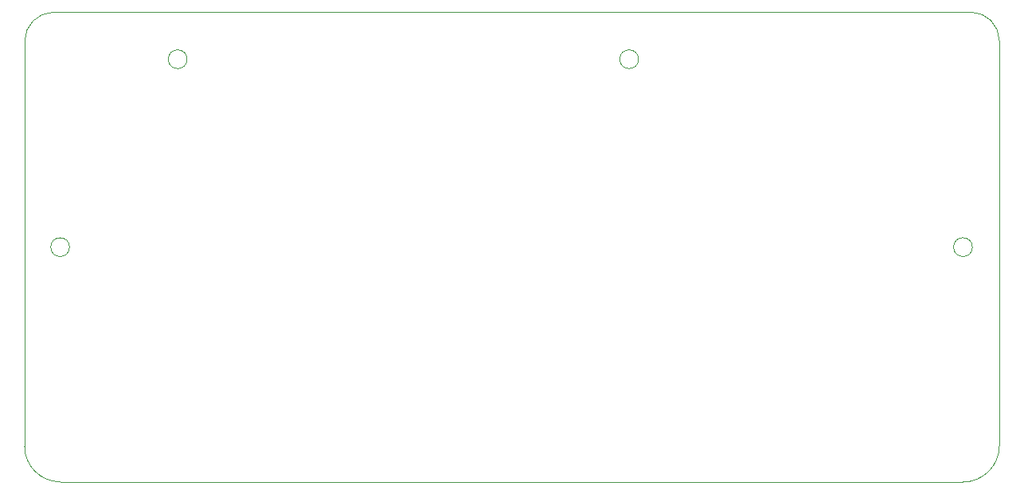
<source format=gbr>
%TF.GenerationSoftware,KiCad,Pcbnew,(7.0.0)*%
%TF.CreationDate,2023-06-01T21:15:46+02:00*%
%TF.ProjectId,temperature-logger,74656d70-6572-4617-9475-72652d6c6f67,rev?*%
%TF.SameCoordinates,Original*%
%TF.FileFunction,Profile,NP*%
%FSLAX46Y46*%
G04 Gerber Fmt 4.6, Leading zero omitted, Abs format (unit mm)*
G04 Created by KiCad (PCBNEW (7.0.0)) date 2023-06-01 21:15:46*
%MOMM*%
%LPD*%
G01*
G04 APERTURE LIST*
%TA.AperFunction,Profile*%
%ADD10C,0.050000*%
%TD*%
G04 APERTURE END LIST*
D10*
X151853680Y-50000000D02*
X54275000Y-50000000D01*
X150975000Y-100000027D02*
G75*
G03*
X154869408Y-96130672I25000J3869327D01*
G01*
X116500000Y-55000000D02*
G75*
G03*
X116500000Y-55000000I-1000000J0D01*
G01*
X54275000Y-50000000D02*
G75*
G03*
X51224597Y-53100000I50000J-3100000D01*
G01*
X68500000Y-55000000D02*
G75*
G03*
X68500000Y-55000000I-1000000J0D01*
G01*
X154869408Y-96130672D02*
X154853680Y-53000000D01*
X55000000Y-99975000D02*
X150975000Y-100000000D01*
X51225000Y-53100000D02*
X51225000Y-96200000D01*
X51225000Y-96200000D02*
G75*
G03*
X55000000Y-99975000I3775000J0D01*
G01*
X56000000Y-75000000D02*
G75*
G03*
X56000000Y-75000000I-1000000J0D01*
G01*
X152000000Y-75000000D02*
G75*
G03*
X152000000Y-75000000I-1000000J0D01*
G01*
X154853700Y-53000000D02*
G75*
G03*
X151853680Y-50000000I-3000000J0D01*
G01*
M02*

</source>
